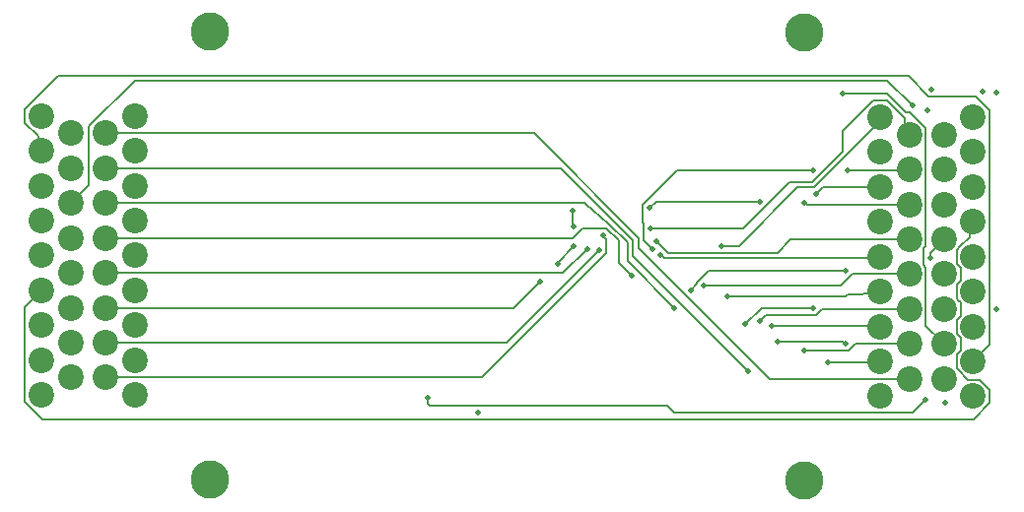
<source format=gbr>
G04*
G04 #@! TF.GenerationSoftware,Altium Limited,Altium Designer,22.4.2 (48)*
G04*
G04 Layer_Physical_Order=4*
G04 Layer_Color=16711680*
%FSLAX25Y25*%
%MOIN*%
G70*
G04*
G04 #@! TF.SameCoordinates,6C7EA4D3-1DBA-4452-8A60-7FA1E15C8F26*
G04*
G04*
G04 #@! TF.FilePolarity,Positive*
G04*
G01*
G75*
%ADD15C,0.00500*%
%ADD16C,0.00800*%
%ADD17C,0.12992*%
%ADD18C,0.08661*%
%ADD19C,0.01968*%
D15*
X381500Y245500D02*
X396560D01*
X402814Y239246D01*
X396514Y250000D02*
X405033Y241480D01*
X404963Y137463D02*
X409500Y142000D01*
X241766Y139734D02*
X322228D01*
X241000Y140500D02*
X241766Y139734D01*
X110846Y135266D02*
X425701D01*
X431167Y140732D01*
X324500Y137463D02*
X404963D01*
X104923Y141188D02*
X110846Y135266D01*
X322228Y139734D02*
X324500Y137463D01*
X241000Y140500D02*
Y142620D01*
X410507Y244699D02*
X426312D01*
X431167Y160435D02*
Y239843D01*
X426312Y244699D02*
X431167Y239843D01*
X425587Y154854D02*
X431167Y160435D01*
X420006Y164390D02*
X420198Y164198D01*
X420500Y175671D02*
X421325Y174846D01*
X421222Y193778D02*
Y193815D01*
X421000Y169934D02*
Y169971D01*
X421222Y193815D02*
X424425Y197018D01*
X421325Y170296D02*
Y174846D01*
X420006Y152579D02*
Y157129D01*
X420198Y164162D02*
X421325Y163035D01*
X420006Y187994D02*
X421325Y186675D01*
X420006Y176201D02*
X420500Y175707D01*
X420006Y192562D02*
X421222Y193778D01*
X420006Y180751D02*
X421000Y181746D01*
X424425Y197018D02*
Y200936D01*
X409514Y166990D02*
Y186694D01*
X408766Y187442D02*
X409514Y186694D01*
X404205Y239246D02*
X409514Y233938D01*
X408766Y187442D02*
Y193133D01*
X420500Y175671D02*
Y175707D01*
X421000Y169971D02*
X421325Y170296D01*
X423847Y148702D02*
X427820D01*
X420006Y176201D02*
Y180751D01*
X421325Y182107D02*
Y186675D01*
X421000Y181782D02*
X421325Y182107D01*
X420006Y164390D02*
Y168940D01*
X409514Y166990D02*
X415744Y160760D01*
X420198Y164162D02*
Y164198D01*
X420006Y187994D02*
Y192562D01*
X427820Y148702D02*
X431167Y145355D01*
X420006Y152579D02*
X420500Y152085D01*
Y152049D02*
Y152085D01*
X421000Y158123D02*
Y158160D01*
X420006Y157129D02*
X421000Y158123D01*
X420500Y152049D02*
X423847Y148702D01*
X421000Y181746D02*
Y181782D01*
X431167Y140732D02*
Y145355D01*
X420006Y168940D02*
X421000Y169934D01*
X421325Y158485D02*
Y163035D01*
X424425Y200936D02*
X425587Y202098D01*
X421000Y158160D02*
X421325Y158485D01*
X104923Y141188D02*
Y173352D01*
X110504Y178933D01*
X409514Y193881D02*
Y233938D01*
X408766Y193133D02*
X409514Y193881D01*
X411170Y190055D02*
Y191619D01*
X411000Y189885D02*
X411170Y190055D01*
Y191619D02*
X415744Y196193D01*
X402814Y239246D02*
X404205D01*
X403706Y251500D02*
X410507Y244699D01*
X116123Y251500D02*
X403706D01*
X104923Y240300D02*
X116123Y251500D01*
X104923Y235677D02*
X109342Y231258D01*
X104923Y235677D02*
Y240300D01*
X109342Y227339D02*
X110504Y226177D01*
X109342Y227339D02*
Y231258D01*
X126577Y234394D02*
X142183Y250000D01*
X396514D01*
X126577Y214691D02*
Y234394D01*
X120346Y208461D02*
X126577Y214691D01*
D16*
X132158Y220272D02*
X286191D01*
X132158Y208461D02*
X294042D01*
X132158Y232083D02*
X276926D01*
X312316Y196693D01*
X294042Y208461D02*
X294042Y208461D01*
X294261Y208280D02*
X294265Y208275D01*
X294266D02*
X302233Y201684D01*
X294265Y208275D02*
X294266D01*
X294042Y208461D02*
X294261Y208280D01*
X293285Y199884D02*
X301488D01*
X290000Y206000D02*
X290206Y205794D01*
X290050Y196650D02*
X293285Y199884D01*
X290206Y200591D02*
X290354Y200444D01*
X290206Y200591D02*
Y205794D01*
X301384Y191512D02*
Y196300D01*
X302233Y201684D02*
X302233D01*
X305632Y188368D02*
Y195740D01*
X310516Y190484D02*
Y195947D01*
X301488Y199884D02*
X305632Y195740D01*
X312316Y193312D02*
Y196693D01*
X300500Y197184D02*
X301384Y196300D01*
X302233Y201684D02*
X308716Y195202D01*
X305632Y188368D02*
X310000Y184000D01*
X313786Y202016D02*
Y207817D01*
Y202016D02*
X314116Y201686D01*
Y195884D02*
Y201686D01*
X300500Y197184D02*
Y197500D01*
X308716Y188784D02*
Y195202D01*
X286839Y184839D02*
X295000Y193000D01*
X270028Y173028D02*
X279000Y182000D01*
X285000Y188000D02*
Y188250D01*
X290500Y193750D02*
Y194000D01*
X285000Y188250D02*
X290500Y193750D01*
X286191Y220272D02*
X310516Y195947D01*
X132158Y184839D02*
X286839D01*
X132158Y173028D02*
X270028D01*
X132158Y196650D02*
X290050D01*
X340500Y194000D02*
X346367D01*
X366251Y213884D01*
X316500Y200000D02*
X347872D01*
X363556Y215684D01*
X371056D01*
X366251Y213884D02*
X371802D01*
X318340Y209000D02*
X353500D01*
X316170Y206830D02*
X318340Y209000D01*
X325468Y219500D02*
X371500D01*
X313786Y207817D02*
X325468Y219500D01*
X314116Y195884D02*
X317000Y193000D01*
X318527Y195545D02*
X322457Y191616D01*
X342500Y177000D02*
X382536D01*
X380872Y180500D02*
X384754Y184382D01*
X334500Y180500D02*
X380872D01*
X348500Y167500D02*
X354000Y173000D01*
X357667Y166833D02*
X393923D01*
X357500Y167000D02*
X357667Y166833D01*
X336128Y185500D02*
X382500D01*
X359500Y161500D02*
X381684D01*
X354000Y173000D02*
X371500D01*
X310516Y190484D02*
X349500Y151500D01*
X332116Y181488D02*
X336128Y185500D01*
X368500Y158500D02*
X383570D01*
X385830Y160760D01*
X381684Y161500D02*
X382184Y161000D01*
X376677Y154677D02*
X393913D01*
X376500Y154500D02*
X376677Y154677D01*
X382184Y161000D02*
X382500D01*
X391717Y243262D02*
X396464D01*
X402570Y232989D02*
Y237157D01*
X396464Y243262D02*
X402570Y237157D01*
X381386Y226015D02*
Y232932D01*
X391717Y243262D01*
X402570Y232989D02*
X403933Y231626D01*
X371056Y215684D02*
X381386Y226015D01*
X371802Y213884D02*
X394091Y236173D01*
Y237531D01*
X312316Y193312D02*
X356679Y148949D01*
X132158Y149406D02*
X259277D01*
X308716Y188784D02*
X324500Y173000D01*
X356679Y148949D02*
X403933D01*
X267717Y161216D02*
X299000Y192500D01*
X259277Y149406D02*
X301384Y191512D01*
X132158Y161216D02*
X267717D01*
X403776Y219657D02*
X403933Y219815D01*
X383157Y219657D02*
X403776D01*
X383000Y219500D02*
X383157Y219657D01*
X321129Y189816D02*
X393619D01*
X319814Y190814D02*
X320130D01*
X363913Y196193D02*
X403933D01*
X320130Y190814D02*
X321129Y189816D01*
X322457Y191616D02*
X359336D01*
X369312Y208004D02*
X403933D01*
X368816Y208500D02*
X369312Y208004D01*
X368500Y208500D02*
X368816D01*
X372500Y211500D02*
X374909Y213910D01*
X394091D01*
X359336Y191616D02*
X363913Y196193D01*
X393619Y189816D02*
X394091Y190287D01*
X384754Y184382D02*
X403933D01*
X332116Y181116D02*
Y181488D01*
X330000Y179000D02*
X332116Y181116D01*
X353500Y168500D02*
X355560Y170560D01*
X372432D01*
X374443Y172571D01*
X403933D01*
X382536Y177000D02*
X383138Y177602D01*
X393587Y177972D01*
X385830Y160760D02*
X403933D01*
X393923Y166833D02*
X394091Y166665D01*
X393587Y177972D02*
X394091Y178476D01*
X393913Y154677D02*
X394091Y154854D01*
D17*
X368500Y114500D02*
D03*
Y266075D02*
D03*
X167591Y266531D02*
D03*
Y114957D02*
D03*
D18*
X394091Y237531D02*
D03*
Y225721D02*
D03*
Y213910D02*
D03*
Y202098D02*
D03*
Y190287D02*
D03*
Y178476D02*
D03*
Y166665D02*
D03*
Y154854D02*
D03*
Y143043D02*
D03*
X403933Y231626D02*
D03*
Y219815D02*
D03*
Y208004D02*
D03*
Y196193D02*
D03*
Y184382D02*
D03*
Y172571D02*
D03*
Y160760D02*
D03*
Y148949D02*
D03*
X415744Y231626D02*
D03*
Y219815D02*
D03*
Y208004D02*
D03*
Y196193D02*
D03*
Y184382D02*
D03*
Y172571D02*
D03*
Y160760D02*
D03*
Y148949D02*
D03*
X425587Y237531D02*
D03*
Y225721D02*
D03*
Y213910D02*
D03*
Y202098D02*
D03*
Y190287D02*
D03*
Y178476D02*
D03*
Y166665D02*
D03*
Y154854D02*
D03*
Y143043D02*
D03*
X142000Y143500D02*
D03*
Y155311D02*
D03*
Y167122D02*
D03*
Y178933D02*
D03*
Y190744D02*
D03*
Y202555D02*
D03*
Y214366D02*
D03*
Y226177D02*
D03*
Y237988D02*
D03*
X132158Y149406D02*
D03*
Y161216D02*
D03*
Y173028D02*
D03*
Y184839D02*
D03*
Y196650D02*
D03*
Y208461D02*
D03*
Y220272D02*
D03*
Y232083D02*
D03*
X120346Y149406D02*
D03*
Y161216D02*
D03*
Y173028D02*
D03*
Y184839D02*
D03*
Y196650D02*
D03*
Y208461D02*
D03*
Y220272D02*
D03*
Y232083D02*
D03*
X110504Y143500D02*
D03*
Y155311D02*
D03*
Y167122D02*
D03*
Y178933D02*
D03*
Y190744D02*
D03*
Y202555D02*
D03*
Y214366D02*
D03*
Y226177D02*
D03*
Y237988D02*
D03*
D19*
X290500Y194000D02*
D03*
X290354Y200444D02*
D03*
X279000Y182000D02*
D03*
X285000Y188000D02*
D03*
X300500Y197500D02*
D03*
X290000Y206000D02*
D03*
X310000Y184000D02*
D03*
X299000Y192500D02*
D03*
X295000Y193000D02*
D03*
X381500Y245500D02*
D03*
X428805Y246126D02*
D03*
X409963Y239963D02*
D03*
X405033Y241480D02*
D03*
X258000Y137500D02*
D03*
X416000Y141000D02*
D03*
X241000Y142620D02*
D03*
X433500Y246000D02*
D03*
Y172500D02*
D03*
X411000Y189885D02*
D03*
X409500Y142000D02*
D03*
X353500Y209000D02*
D03*
X411433Y246933D02*
D03*
X316170Y206830D02*
D03*
X316500Y200000D02*
D03*
X317000Y193000D02*
D03*
X318527Y195545D02*
D03*
X342500Y177000D02*
D03*
X348500Y167500D02*
D03*
X357500Y167000D02*
D03*
X349500Y151500D02*
D03*
X359500Y161500D02*
D03*
X382500Y185500D02*
D03*
X371500Y173000D02*
D03*
X368500Y158500D02*
D03*
X376500Y154500D02*
D03*
X382500Y161000D02*
D03*
X371500Y219500D02*
D03*
X324500Y173000D02*
D03*
X383000Y219500D02*
D03*
X319814Y190814D02*
D03*
X368500Y208500D02*
D03*
X372500Y211500D02*
D03*
X334500Y180500D02*
D03*
X353500Y168500D02*
D03*
X330000Y179000D02*
D03*
X340500Y194000D02*
D03*
M02*

</source>
